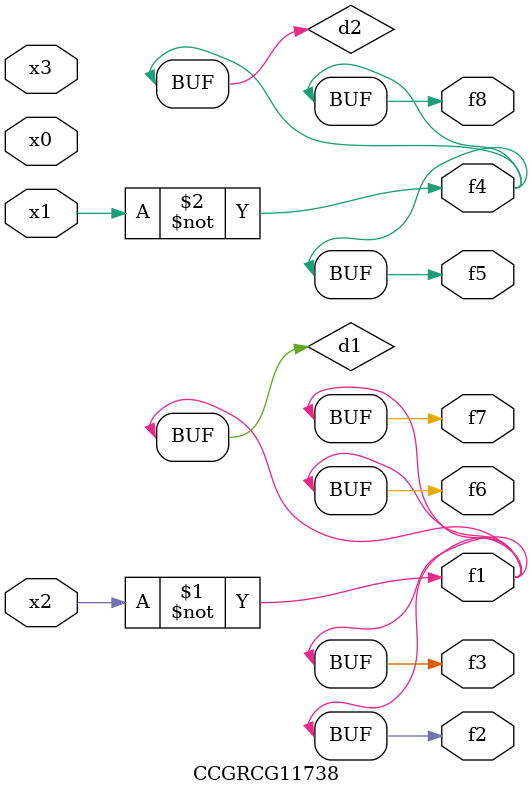
<source format=v>
module CCGRCG11738(
	input x0, x1, x2, x3,
	output f1, f2, f3, f4, f5, f6, f7, f8
);

	wire d1, d2;

	xnor (d1, x2);
	not (d2, x1);
	assign f1 = d1;
	assign f2 = d1;
	assign f3 = d1;
	assign f4 = d2;
	assign f5 = d2;
	assign f6 = d1;
	assign f7 = d1;
	assign f8 = d2;
endmodule

</source>
